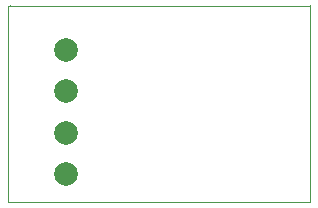
<source format=gbl>
G04 (created by PCBNEW (2013-07-07 BZR 4022)-stable) date 3/6/2015 8:08:16 AM*
%MOIN*%
G04 Gerber Fmt 3.4, Leading zero omitted, Abs format*
%FSLAX34Y34*%
G01*
G70*
G90*
G04 APERTURE LIST*
%ADD10C,0.00590551*%
%ADD11C,0.00393701*%
%ADD12C,0.0787402*%
G04 APERTURE END LIST*
G54D10*
G54D11*
X5423Y-5454D02*
X5423Y-5450D01*
X15404Y-5454D02*
X5423Y-5454D01*
X5354Y-5460D02*
X5444Y-5460D01*
X5354Y-12015D02*
X5354Y-5460D01*
X15404Y-12015D02*
X5354Y-12015D01*
X15404Y-5445D02*
X15404Y-12015D01*
G54D12*
X7286Y-6936D03*
X7286Y-8314D03*
X7286Y-9691D03*
X7286Y-11069D03*
M02*

</source>
